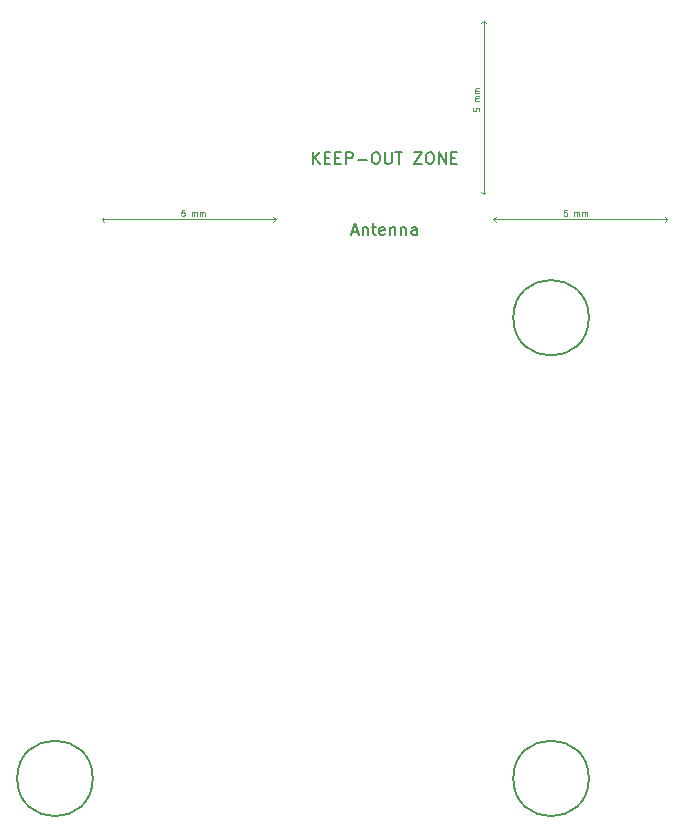
<source format=gbr>
%TF.GenerationSoftware,KiCad,Pcbnew,8.0.8*%
%TF.CreationDate,2025-02-03T14:39:09+00:00*%
%TF.ProjectId,stepper_monitor,73746570-7065-4725-9f6d-6f6e69746f72,rev?*%
%TF.SameCoordinates,Original*%
%TF.FileFunction,Other,Comment*%
%FSLAX46Y46*%
G04 Gerber Fmt 4.6, Leading zero omitted, Abs format (unit mm)*
G04 Created by KiCad (PCBNEW 8.0.8) date 2025-02-03 14:39:09*
%MOMM*%
%LPD*%
G01*
G04 APERTURE LIST*
%ADD10C,0.150000*%
%ADD11C,0.100000*%
G04 APERTURE END LIST*
D10*
X29138095Y47300895D02*
X29614285Y47300895D01*
X29042857Y47015180D02*
X29376190Y48015180D01*
X29376190Y48015180D02*
X29709523Y47015180D01*
X30042857Y47681847D02*
X30042857Y47015180D01*
X30042857Y47586609D02*
X30090476Y47634228D01*
X30090476Y47634228D02*
X30185714Y47681847D01*
X30185714Y47681847D02*
X30328571Y47681847D01*
X30328571Y47681847D02*
X30423809Y47634228D01*
X30423809Y47634228D02*
X30471428Y47538990D01*
X30471428Y47538990D02*
X30471428Y47015180D01*
X30804762Y47681847D02*
X31185714Y47681847D01*
X30947619Y48015180D02*
X30947619Y47158038D01*
X30947619Y47158038D02*
X30995238Y47062800D01*
X30995238Y47062800D02*
X31090476Y47015180D01*
X31090476Y47015180D02*
X31185714Y47015180D01*
X31900000Y47062800D02*
X31804762Y47015180D01*
X31804762Y47015180D02*
X31614286Y47015180D01*
X31614286Y47015180D02*
X31519048Y47062800D01*
X31519048Y47062800D02*
X31471429Y47158038D01*
X31471429Y47158038D02*
X31471429Y47538990D01*
X31471429Y47538990D02*
X31519048Y47634228D01*
X31519048Y47634228D02*
X31614286Y47681847D01*
X31614286Y47681847D02*
X31804762Y47681847D01*
X31804762Y47681847D02*
X31900000Y47634228D01*
X31900000Y47634228D02*
X31947619Y47538990D01*
X31947619Y47538990D02*
X31947619Y47443752D01*
X31947619Y47443752D02*
X31471429Y47348514D01*
X32376191Y47681847D02*
X32376191Y47015180D01*
X32376191Y47586609D02*
X32423810Y47634228D01*
X32423810Y47634228D02*
X32519048Y47681847D01*
X32519048Y47681847D02*
X32661905Y47681847D01*
X32661905Y47681847D02*
X32757143Y47634228D01*
X32757143Y47634228D02*
X32804762Y47538990D01*
X32804762Y47538990D02*
X32804762Y47015180D01*
X33280953Y47681847D02*
X33280953Y47015180D01*
X33280953Y47586609D02*
X33328572Y47634228D01*
X33328572Y47634228D02*
X33423810Y47681847D01*
X33423810Y47681847D02*
X33566667Y47681847D01*
X33566667Y47681847D02*
X33661905Y47634228D01*
X33661905Y47634228D02*
X33709524Y47538990D01*
X33709524Y47538990D02*
X33709524Y47015180D01*
X34614286Y47015180D02*
X34614286Y47538990D01*
X34614286Y47538990D02*
X34566667Y47634228D01*
X34566667Y47634228D02*
X34471429Y47681847D01*
X34471429Y47681847D02*
X34280953Y47681847D01*
X34280953Y47681847D02*
X34185715Y47634228D01*
X34614286Y47062800D02*
X34519048Y47015180D01*
X34519048Y47015180D02*
X34280953Y47015180D01*
X34280953Y47015180D02*
X34185715Y47062800D01*
X34185715Y47062800D02*
X34138096Y47158038D01*
X34138096Y47158038D02*
X34138096Y47253276D01*
X34138096Y47253276D02*
X34185715Y47348514D01*
X34185715Y47348514D02*
X34280953Y47396133D01*
X34280953Y47396133D02*
X34519048Y47396133D01*
X34519048Y47396133D02*
X34614286Y47443752D01*
D11*
X39426109Y57731904D02*
X39426109Y57493809D01*
X39426109Y57493809D02*
X39664204Y57470000D01*
X39664204Y57470000D02*
X39640395Y57493809D01*
X39640395Y57493809D02*
X39616585Y57541428D01*
X39616585Y57541428D02*
X39616585Y57660476D01*
X39616585Y57660476D02*
X39640395Y57708095D01*
X39640395Y57708095D02*
X39664204Y57731904D01*
X39664204Y57731904D02*
X39711823Y57755714D01*
X39711823Y57755714D02*
X39830871Y57755714D01*
X39830871Y57755714D02*
X39878490Y57731904D01*
X39878490Y57731904D02*
X39902300Y57708095D01*
X39902300Y57708095D02*
X39926109Y57660476D01*
X39926109Y57660476D02*
X39926109Y57541428D01*
X39926109Y57541428D02*
X39902300Y57493809D01*
X39902300Y57493809D02*
X39878490Y57470000D01*
X39926109Y58350951D02*
X39592776Y58350951D01*
X39640395Y58350951D02*
X39616585Y58374761D01*
X39616585Y58374761D02*
X39592776Y58422380D01*
X39592776Y58422380D02*
X39592776Y58493808D01*
X39592776Y58493808D02*
X39616585Y58541427D01*
X39616585Y58541427D02*
X39664204Y58565237D01*
X39664204Y58565237D02*
X39926109Y58565237D01*
X39664204Y58565237D02*
X39616585Y58589046D01*
X39616585Y58589046D02*
X39592776Y58636665D01*
X39592776Y58636665D02*
X39592776Y58708094D01*
X39592776Y58708094D02*
X39616585Y58755713D01*
X39616585Y58755713D02*
X39664204Y58779523D01*
X39664204Y58779523D02*
X39926109Y58779523D01*
X39926109Y59017618D02*
X39592776Y59017618D01*
X39640395Y59017618D02*
X39616585Y59041428D01*
X39616585Y59041428D02*
X39592776Y59089047D01*
X39592776Y59089047D02*
X39592776Y59160475D01*
X39592776Y59160475D02*
X39616585Y59208094D01*
X39616585Y59208094D02*
X39664204Y59231904D01*
X39664204Y59231904D02*
X39926109Y59231904D01*
X39664204Y59231904D02*
X39616585Y59255713D01*
X39616585Y59255713D02*
X39592776Y59303332D01*
X39592776Y59303332D02*
X39592776Y59374761D01*
X39592776Y59374761D02*
X39616585Y59422380D01*
X39616585Y59422380D02*
X39664204Y59446190D01*
X39664204Y59446190D02*
X39926109Y59446190D01*
D10*
X25828571Y53015180D02*
X25828571Y54015180D01*
X26399999Y53015180D02*
X25971428Y53586609D01*
X26399999Y54015180D02*
X25828571Y53443752D01*
X26828571Y53538990D02*
X27161904Y53538990D01*
X27304761Y53015180D02*
X26828571Y53015180D01*
X26828571Y53015180D02*
X26828571Y54015180D01*
X26828571Y54015180D02*
X27304761Y54015180D01*
X27733333Y53538990D02*
X28066666Y53538990D01*
X28209523Y53015180D02*
X27733333Y53015180D01*
X27733333Y53015180D02*
X27733333Y54015180D01*
X27733333Y54015180D02*
X28209523Y54015180D01*
X28638095Y53015180D02*
X28638095Y54015180D01*
X28638095Y54015180D02*
X29019047Y54015180D01*
X29019047Y54015180D02*
X29114285Y53967561D01*
X29114285Y53967561D02*
X29161904Y53919942D01*
X29161904Y53919942D02*
X29209523Y53824704D01*
X29209523Y53824704D02*
X29209523Y53681847D01*
X29209523Y53681847D02*
X29161904Y53586609D01*
X29161904Y53586609D02*
X29114285Y53538990D01*
X29114285Y53538990D02*
X29019047Y53491371D01*
X29019047Y53491371D02*
X28638095Y53491371D01*
X29638095Y53396133D02*
X30400000Y53396133D01*
X31066666Y54015180D02*
X31257142Y54015180D01*
X31257142Y54015180D02*
X31352380Y53967561D01*
X31352380Y53967561D02*
X31447618Y53872323D01*
X31447618Y53872323D02*
X31495237Y53681847D01*
X31495237Y53681847D02*
X31495237Y53348514D01*
X31495237Y53348514D02*
X31447618Y53158038D01*
X31447618Y53158038D02*
X31352380Y53062800D01*
X31352380Y53062800D02*
X31257142Y53015180D01*
X31257142Y53015180D02*
X31066666Y53015180D01*
X31066666Y53015180D02*
X30971428Y53062800D01*
X30971428Y53062800D02*
X30876190Y53158038D01*
X30876190Y53158038D02*
X30828571Y53348514D01*
X30828571Y53348514D02*
X30828571Y53681847D01*
X30828571Y53681847D02*
X30876190Y53872323D01*
X30876190Y53872323D02*
X30971428Y53967561D01*
X30971428Y53967561D02*
X31066666Y54015180D01*
X31923809Y54015180D02*
X31923809Y53205657D01*
X31923809Y53205657D02*
X31971428Y53110419D01*
X31971428Y53110419D02*
X32019047Y53062800D01*
X32019047Y53062800D02*
X32114285Y53015180D01*
X32114285Y53015180D02*
X32304761Y53015180D01*
X32304761Y53015180D02*
X32399999Y53062800D01*
X32399999Y53062800D02*
X32447618Y53110419D01*
X32447618Y53110419D02*
X32495237Y53205657D01*
X32495237Y53205657D02*
X32495237Y54015180D01*
X32828571Y54015180D02*
X33399999Y54015180D01*
X33114285Y53015180D02*
X33114285Y54015180D01*
X34400000Y54015180D02*
X35066666Y54015180D01*
X35066666Y54015180D02*
X34400000Y53015180D01*
X34400000Y53015180D02*
X35066666Y53015180D01*
X35638095Y54015180D02*
X35828571Y54015180D01*
X35828571Y54015180D02*
X35923809Y53967561D01*
X35923809Y53967561D02*
X36019047Y53872323D01*
X36019047Y53872323D02*
X36066666Y53681847D01*
X36066666Y53681847D02*
X36066666Y53348514D01*
X36066666Y53348514D02*
X36019047Y53158038D01*
X36019047Y53158038D02*
X35923809Y53062800D01*
X35923809Y53062800D02*
X35828571Y53015180D01*
X35828571Y53015180D02*
X35638095Y53015180D01*
X35638095Y53015180D02*
X35542857Y53062800D01*
X35542857Y53062800D02*
X35447619Y53158038D01*
X35447619Y53158038D02*
X35400000Y53348514D01*
X35400000Y53348514D02*
X35400000Y53681847D01*
X35400000Y53681847D02*
X35447619Y53872323D01*
X35447619Y53872323D02*
X35542857Y53967561D01*
X35542857Y53967561D02*
X35638095Y54015180D01*
X36495238Y53015180D02*
X36495238Y54015180D01*
X36495238Y54015180D02*
X37066666Y53015180D01*
X37066666Y53015180D02*
X37066666Y54015180D01*
X37542857Y53538990D02*
X37876190Y53538990D01*
X38019047Y53015180D02*
X37542857Y53015180D01*
X37542857Y53015180D02*
X37542857Y54015180D01*
X37542857Y54015180D02*
X38019047Y54015180D01*
D11*
X14961904Y49118890D02*
X14723809Y49118890D01*
X14723809Y49118890D02*
X14700000Y48880795D01*
X14700000Y48880795D02*
X14723809Y48904604D01*
X14723809Y48904604D02*
X14771428Y48928414D01*
X14771428Y48928414D02*
X14890476Y48928414D01*
X14890476Y48928414D02*
X14938095Y48904604D01*
X14938095Y48904604D02*
X14961904Y48880795D01*
X14961904Y48880795D02*
X14985714Y48833176D01*
X14985714Y48833176D02*
X14985714Y48714128D01*
X14985714Y48714128D02*
X14961904Y48666509D01*
X14961904Y48666509D02*
X14938095Y48642700D01*
X14938095Y48642700D02*
X14890476Y48618890D01*
X14890476Y48618890D02*
X14771428Y48618890D01*
X14771428Y48618890D02*
X14723809Y48642700D01*
X14723809Y48642700D02*
X14700000Y48666509D01*
X15580951Y48618890D02*
X15580951Y48952223D01*
X15580951Y48904604D02*
X15604761Y48928414D01*
X15604761Y48928414D02*
X15652380Y48952223D01*
X15652380Y48952223D02*
X15723808Y48952223D01*
X15723808Y48952223D02*
X15771427Y48928414D01*
X15771427Y48928414D02*
X15795237Y48880795D01*
X15795237Y48880795D02*
X15795237Y48618890D01*
X15795237Y48880795D02*
X15819046Y48928414D01*
X15819046Y48928414D02*
X15866665Y48952223D01*
X15866665Y48952223D02*
X15938094Y48952223D01*
X15938094Y48952223D02*
X15985713Y48928414D01*
X15985713Y48928414D02*
X16009523Y48880795D01*
X16009523Y48880795D02*
X16009523Y48618890D01*
X16247618Y48618890D02*
X16247618Y48952223D01*
X16247618Y48904604D02*
X16271428Y48928414D01*
X16271428Y48928414D02*
X16319047Y48952223D01*
X16319047Y48952223D02*
X16390475Y48952223D01*
X16390475Y48952223D02*
X16438094Y48928414D01*
X16438094Y48928414D02*
X16461904Y48880795D01*
X16461904Y48880795D02*
X16461904Y48618890D01*
X16461904Y48880795D02*
X16485713Y48928414D01*
X16485713Y48928414D02*
X16533332Y48952223D01*
X16533332Y48952223D02*
X16604761Y48952223D01*
X16604761Y48952223D02*
X16652380Y48928414D01*
X16652380Y48928414D02*
X16676190Y48880795D01*
X16676190Y48880795D02*
X16676190Y48618890D01*
X47361904Y49118890D02*
X47123809Y49118890D01*
X47123809Y49118890D02*
X47100000Y48880795D01*
X47100000Y48880795D02*
X47123809Y48904604D01*
X47123809Y48904604D02*
X47171428Y48928414D01*
X47171428Y48928414D02*
X47290476Y48928414D01*
X47290476Y48928414D02*
X47338095Y48904604D01*
X47338095Y48904604D02*
X47361904Y48880795D01*
X47361904Y48880795D02*
X47385714Y48833176D01*
X47385714Y48833176D02*
X47385714Y48714128D01*
X47385714Y48714128D02*
X47361904Y48666509D01*
X47361904Y48666509D02*
X47338095Y48642700D01*
X47338095Y48642700D02*
X47290476Y48618890D01*
X47290476Y48618890D02*
X47171428Y48618890D01*
X47171428Y48618890D02*
X47123809Y48642700D01*
X47123809Y48642700D02*
X47100000Y48666509D01*
X47980951Y48618890D02*
X47980951Y48952223D01*
X47980951Y48904604D02*
X48004761Y48928414D01*
X48004761Y48928414D02*
X48052380Y48952223D01*
X48052380Y48952223D02*
X48123808Y48952223D01*
X48123808Y48952223D02*
X48171427Y48928414D01*
X48171427Y48928414D02*
X48195237Y48880795D01*
X48195237Y48880795D02*
X48195237Y48618890D01*
X48195237Y48880795D02*
X48219046Y48928414D01*
X48219046Y48928414D02*
X48266665Y48952223D01*
X48266665Y48952223D02*
X48338094Y48952223D01*
X48338094Y48952223D02*
X48385713Y48928414D01*
X48385713Y48928414D02*
X48409523Y48880795D01*
X48409523Y48880795D02*
X48409523Y48618890D01*
X48647618Y48618890D02*
X48647618Y48952223D01*
X48647618Y48904604D02*
X48671428Y48928414D01*
X48671428Y48928414D02*
X48719047Y48952223D01*
X48719047Y48952223D02*
X48790475Y48952223D01*
X48790475Y48952223D02*
X48838094Y48928414D01*
X48838094Y48928414D02*
X48861904Y48880795D01*
X48861904Y48880795D02*
X48861904Y48618890D01*
X48861904Y48880795D02*
X48885713Y48928414D01*
X48885713Y48928414D02*
X48933332Y48952223D01*
X48933332Y48952223D02*
X49004761Y48952223D01*
X49004761Y48952223D02*
X49052380Y48928414D01*
X49052380Y48928414D02*
X49076190Y48880795D01*
X49076190Y48880795D02*
X49076190Y48618890D01*
%TO.C,U7*%
X7960000Y48345000D02*
X8160000Y48545000D01*
X7960000Y48345000D02*
X8160000Y48145000D01*
X7960000Y48345000D02*
X22700000Y48345000D01*
X22700000Y48345000D02*
X22500000Y48545000D01*
X22700000Y48345000D02*
X22500000Y48145000D01*
X40300000Y65150000D02*
X40100000Y64950000D01*
X40300000Y65150000D02*
X40500000Y64950000D01*
X40300000Y50470000D02*
X40100000Y50670000D01*
X40300000Y50470000D02*
X40300000Y65150000D01*
X40300000Y50470000D02*
X40500000Y50670000D01*
X41100000Y48345000D02*
X41300000Y48545000D01*
X41100000Y48345000D02*
X41300000Y48145000D01*
X41100000Y48345000D02*
X55840000Y48345000D01*
X55840000Y48345000D02*
X55640000Y48545000D01*
X55840000Y48345000D02*
X55640000Y48145000D01*
D10*
%TO.C,H3*%
X49200000Y40000000D02*
G75*
G02*
X42800000Y40000000I-3200000J0D01*
G01*
X42800000Y40000000D02*
G75*
G02*
X49200000Y40000000I3200000J0D01*
G01*
%TO.C,H4*%
X49200000Y1000000D02*
G75*
G02*
X42800000Y1000000I-3200000J0D01*
G01*
X42800000Y1000000D02*
G75*
G02*
X49200000Y1000000I3200000J0D01*
G01*
%TO.C,H2*%
X7200000Y1000000D02*
G75*
G02*
X800000Y1000000I-3200000J0D01*
G01*
X800000Y1000000D02*
G75*
G02*
X7200000Y1000000I3200000J0D01*
G01*
%TD*%
M02*

</source>
